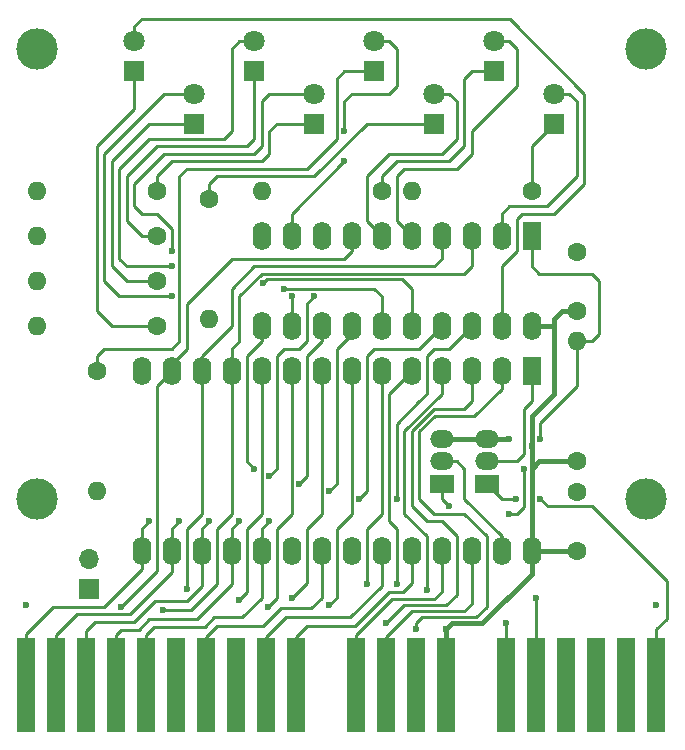
<source format=gtl>
%TF.GenerationSoftware,KiCad,Pcbnew,(5.1.8)-1*%
%TF.CreationDate,2021-03-23T23:23:57+01:00*%
%TF.ProjectId,ZX Diagnostic 2021,5a582044-6961-4676-9e6f-737469632032,rev?*%
%TF.SameCoordinates,Original*%
%TF.FileFunction,Copper,L1,Top*%
%TF.FilePolarity,Positive*%
%FSLAX46Y46*%
G04 Gerber Fmt 4.6, Leading zero omitted, Abs format (unit mm)*
G04 Created by KiCad (PCBNEW (5.1.8)-1) date 2021-03-23 23:23:57*
%MOMM*%
%LPD*%
G01*
G04 APERTURE LIST*
%TA.AperFunction,ConnectorPad*%
%ADD10R,1.500000X8.000000*%
%TD*%
%TA.AperFunction,ComponentPad*%
%ADD11C,1.600000*%
%TD*%
%TA.AperFunction,ComponentPad*%
%ADD12O,1.600000X1.600000*%
%TD*%
%TA.AperFunction,ComponentPad*%
%ADD13R,1.600000X2.400000*%
%TD*%
%TA.AperFunction,ComponentPad*%
%ADD14O,1.600000X2.400000*%
%TD*%
%TA.AperFunction,ComponentPad*%
%ADD15C,3.500000*%
%TD*%
%TA.AperFunction,ComponentPad*%
%ADD16C,1.800000*%
%TD*%
%TA.AperFunction,ComponentPad*%
%ADD17R,1.800000X1.800000*%
%TD*%
%TA.AperFunction,SMDPad,CuDef*%
%ADD18O,2.000000X1.500000*%
%TD*%
%TA.AperFunction,SMDPad,CuDef*%
%ADD19R,2.000000X1.500000*%
%TD*%
%TA.AperFunction,ComponentPad*%
%ADD20O,1.700000X1.700000*%
%TD*%
%TA.AperFunction,ComponentPad*%
%ADD21R,1.700000X1.700000*%
%TD*%
%TA.AperFunction,ViaPad*%
%ADD22C,0.600000*%
%TD*%
%TA.AperFunction,Conductor*%
%ADD23C,0.250000*%
%TD*%
%TA.AperFunction,Conductor*%
%ADD24C,0.381000*%
%TD*%
G04 APERTURE END LIST*
D10*
%TO.P,J1,A22*%
%TO.N,OUT_63*%
X175895000Y-116078000D03*
%TO.P,J1,A21*%
%TO.N,N/C*%
X173355000Y-116078000D03*
%TO.P,J1,A20*%
X170815000Y-116078000D03*
%TO.P,J1,A19*%
X168275000Y-116078000D03*
%TO.P,J1,A18*%
%TO.N,/~ROM_0*%
X165735000Y-116078000D03*
%TO.P,J1,A17*%
%TO.N,/~ROM_OE*%
X163195000Y-116078000D03*
%TO.P,J1,A15*%
%TO.N,VCC*%
X158115000Y-116078000D03*
%TO.P,J1,A14*%
%TO.N,N/C*%
X155575000Y-116078000D03*
%TO.P,J1,A13*%
%TO.N,/A13*%
X153035000Y-116078000D03*
%TO.P,J1,A12*%
%TO.N,/A8*%
X150495000Y-116078000D03*
%TO.P,J1,A10*%
%TO.N,/A9*%
X145415000Y-116078000D03*
%TO.P,J1,A9*%
%TO.N,/A11*%
X142875000Y-116078000D03*
%TO.P,J1,A8*%
%TO.N,N/C*%
X140335000Y-116078000D03*
%TO.P,J1,A7*%
%TO.N,/A10*%
X137795000Y-116078000D03*
%TO.P,J1,A6*%
%TO.N,N/C*%
X135255000Y-116078000D03*
%TO.P,J1,A5*%
%TO.N,/D7*%
X132715000Y-116078000D03*
%TO.P,J1,A4*%
%TO.N,/D6*%
X130175000Y-116078000D03*
%TO.P,J1,A3*%
%TO.N,/D5*%
X127635000Y-116078000D03*
%TO.P,J1,A2*%
%TO.N,/D4*%
X125095000Y-116078000D03*
%TO.P,J1,A1*%
%TO.N,/D3*%
X122555000Y-116078000D03*
%TD*%
D11*
%TO.P,R1,1*%
%TO.N,Net-(D1-Pad1)*%
X165354000Y-74295000D03*
D12*
%TO.P,R1,2*%
%TO.N,GND*%
X155194000Y-74295000D03*
%TD*%
D11*
%TO.P,R2,1*%
%TO.N,Net-(D2-Pad1)*%
X152654000Y-74295000D03*
D12*
%TO.P,R2,2*%
%TO.N,GND*%
X142494000Y-74295000D03*
%TD*%
D13*
%TO.P,U1,1*%
%TO.N,/BA15*%
X165354000Y-89535000D03*
D14*
%TO.P,U1,15*%
%TO.N,/D3*%
X132334000Y-104775000D03*
%TO.P,U1,2*%
%TO.N,/A12*%
X162814000Y-89535000D03*
%TO.P,U1,16*%
%TO.N,/D4*%
X134874000Y-104775000D03*
%TO.P,U1,3*%
%TO.N,/A7*%
X160274000Y-89535000D03*
%TO.P,U1,17*%
%TO.N,/D5*%
X137414000Y-104775000D03*
%TO.P,U1,4*%
%TO.N,/A6*%
X157734000Y-89535000D03*
%TO.P,U1,18*%
%TO.N,/D6*%
X139954000Y-104775000D03*
%TO.P,U1,5*%
%TO.N,/A5*%
X155194000Y-89535000D03*
%TO.P,U1,19*%
%TO.N,/D7*%
X142494000Y-104775000D03*
%TO.P,U1,6*%
%TO.N,/A4*%
X152654000Y-89535000D03*
%TO.P,U1,20*%
%TO.N,/~ROM_0*%
X145034000Y-104775000D03*
%TO.P,U1,7*%
%TO.N,/A3*%
X150114000Y-89535000D03*
%TO.P,U1,21*%
%TO.N,/A10*%
X147574000Y-104775000D03*
%TO.P,U1,8*%
%TO.N,/A2*%
X147574000Y-89535000D03*
%TO.P,U1,22*%
%TO.N,/~ROM_OE*%
X150114000Y-104775000D03*
%TO.P,U1,9*%
%TO.N,/A1*%
X145034000Y-89535000D03*
%TO.P,U1,23*%
%TO.N,/A11*%
X152654000Y-104775000D03*
%TO.P,U1,10*%
%TO.N,/A0*%
X142494000Y-89535000D03*
%TO.P,U1,24*%
%TO.N,/A9*%
X155194000Y-104775000D03*
%TO.P,U1,11*%
%TO.N,/D0*%
X139954000Y-89535000D03*
%TO.P,U1,25*%
%TO.N,/A8*%
X157734000Y-104775000D03*
%TO.P,U1,12*%
%TO.N,/D1*%
X137414000Y-89535000D03*
%TO.P,U1,26*%
%TO.N,/A13*%
X160274000Y-104775000D03*
%TO.P,U1,13*%
%TO.N,/D2*%
X134874000Y-89535000D03*
%TO.P,U1,27*%
%TO.N,/BA14*%
X162814000Y-104775000D03*
%TO.P,U1,14*%
%TO.N,GND*%
X132334000Y-89535000D03*
%TO.P,U1,28*%
%TO.N,VCC*%
X165354000Y-104775000D03*
%TD*%
D15*
%TO.P,M2,1*%
%TO.N,N/C*%
X175011000Y-100330000D03*
%TD*%
%TO.P,M3,1*%
%TO.N,N/C*%
X175011000Y-62230000D03*
%TD*%
%TO.P,M4,1*%
%TO.N,N/C*%
X123444000Y-62230000D03*
%TD*%
D11*
%TO.P,C1,1*%
%TO.N,VCC*%
X169164000Y-104775000D03*
%TO.P,C1,2*%
%TO.N,GND*%
X169164000Y-99775000D03*
%TD*%
D16*
%TO.P,D1,2*%
%TO.N,Net-(D1-Pad2)*%
X167259000Y-66040000D03*
D17*
%TO.P,D1,1*%
%TO.N,Net-(D1-Pad1)*%
X167259000Y-68580000D03*
%TD*%
%TO.P,D2,1*%
%TO.N,Net-(D2-Pad1)*%
X162179000Y-64135000D03*
D16*
%TO.P,D2,2*%
%TO.N,Net-(D2-Pad2)*%
X162179000Y-61595000D03*
%TD*%
%TO.P,D3,2*%
%TO.N,Net-(D3-Pad2)*%
X157099000Y-66040000D03*
D17*
%TO.P,D3,1*%
%TO.N,Net-(D3-Pad1)*%
X157099000Y-68580000D03*
%TD*%
D16*
%TO.P,D4,2*%
%TO.N,Net-(D4-Pad2)*%
X152019000Y-61595000D03*
D17*
%TO.P,D4,1*%
%TO.N,Net-(D4-Pad1)*%
X152019000Y-64135000D03*
%TD*%
%TO.P,D5,1*%
%TO.N,Net-(D5-Pad1)*%
X146939000Y-68580000D03*
D16*
%TO.P,D5,2*%
%TO.N,Net-(D5-Pad2)*%
X146939000Y-66040000D03*
%TD*%
D17*
%TO.P,D6,1*%
%TO.N,Net-(D6-Pad1)*%
X141859000Y-64135000D03*
D16*
%TO.P,D6,2*%
%TO.N,Net-(D6-Pad2)*%
X141859000Y-61595000D03*
%TD*%
D17*
%TO.P,D7,1*%
%TO.N,Net-(D7-Pad1)*%
X136779000Y-68580000D03*
D16*
%TO.P,D7,2*%
%TO.N,Net-(D7-Pad2)*%
X136779000Y-66040000D03*
%TD*%
%TO.P,D8,2*%
%TO.N,Net-(D8-Pad2)*%
X131699000Y-61595000D03*
D17*
%TO.P,D8,1*%
%TO.N,Net-(D8-Pad1)*%
X131699000Y-64135000D03*
%TD*%
D12*
%TO.P,R3,2*%
%TO.N,GND*%
X138049000Y-85090000D03*
D11*
%TO.P,R3,1*%
%TO.N,Net-(D3-Pad1)*%
X138049000Y-74930000D03*
%TD*%
D12*
%TO.P,R4,2*%
%TO.N,GND*%
X128524000Y-99695000D03*
D11*
%TO.P,R4,1*%
%TO.N,Net-(D4-Pad1)*%
X128524000Y-89535000D03*
%TD*%
%TO.P,R5,1*%
%TO.N,Net-(D5-Pad1)*%
X133604000Y-74295000D03*
D12*
%TO.P,R5,2*%
%TO.N,GND*%
X123444000Y-74295000D03*
%TD*%
%TO.P,R6,2*%
%TO.N,GND*%
X123444000Y-78105000D03*
D11*
%TO.P,R6,1*%
%TO.N,Net-(D6-Pad1)*%
X133604000Y-78105000D03*
%TD*%
%TO.P,R7,1*%
%TO.N,Net-(D7-Pad1)*%
X133604000Y-81915000D03*
D12*
%TO.P,R7,2*%
%TO.N,GND*%
X123444000Y-81915000D03*
%TD*%
%TO.P,R8,2*%
%TO.N,GND*%
X123444000Y-85725000D03*
D11*
%TO.P,R8,1*%
%TO.N,Net-(D8-Pad1)*%
X133604000Y-85725000D03*
%TD*%
D13*
%TO.P,U2,1*%
%TO.N,Net-(JP3-Pad2)*%
X165354000Y-78105000D03*
D14*
%TO.P,U2,11*%
%TO.N,OUT_63*%
X142494000Y-85725000D03*
%TO.P,U2,2*%
%TO.N,Net-(D1-Pad2)*%
X162814000Y-78105000D03*
%TO.P,U2,12*%
%TO.N,Net-(D5-Pad2)*%
X145034000Y-85725000D03*
%TO.P,U2,3*%
%TO.N,/D0*%
X160274000Y-78105000D03*
%TO.P,U2,13*%
%TO.N,/D4*%
X147574000Y-85725000D03*
%TO.P,U2,4*%
%TO.N,/D1*%
X157734000Y-78105000D03*
%TO.P,U2,14*%
%TO.N,/D5*%
X150114000Y-85725000D03*
%TO.P,U2,5*%
%TO.N,Net-(D2-Pad2)*%
X155194000Y-78105000D03*
%TO.P,U2,15*%
%TO.N,Net-(D6-Pad2)*%
X152654000Y-85725000D03*
%TO.P,U2,6*%
%TO.N,Net-(D3-Pad2)*%
X152654000Y-78105000D03*
%TO.P,U2,16*%
%TO.N,Net-(D7-Pad2)*%
X155194000Y-85725000D03*
%TO.P,U2,7*%
%TO.N,/D2*%
X150114000Y-78105000D03*
%TO.P,U2,17*%
%TO.N,/D6*%
X157734000Y-85725000D03*
%TO.P,U2,8*%
%TO.N,/D3*%
X147574000Y-78105000D03*
%TO.P,U2,18*%
%TO.N,/D7*%
X160274000Y-85725000D03*
%TO.P,U2,9*%
%TO.N,Net-(D4-Pad2)*%
X145034000Y-78105000D03*
%TO.P,U2,19*%
%TO.N,Net-(D8-Pad2)*%
X162814000Y-85725000D03*
%TO.P,U2,10*%
%TO.N,GND*%
X142494000Y-78105000D03*
%TO.P,U2,20*%
%TO.N,VCC*%
X165354000Y-85725000D03*
%TD*%
D11*
%TO.P,C2,1*%
%TO.N,VCC*%
X169164000Y-84455000D03*
%TO.P,C2,2*%
%TO.N,GND*%
X169164000Y-79455000D03*
%TD*%
D18*
%TO.P,JP1,3*%
%TO.N,VCC*%
X161544000Y-95250000D03*
%TO.P,JP1,2*%
%TO.N,/BA15*%
X161544000Y-97155000D03*
D19*
%TO.P,JP1,1*%
%TO.N,Net-(J1-PadB18)*%
X161544000Y-99060000D03*
%TD*%
%TO.P,JP2,1*%
%TO.N,Net-(J1-PadB17)*%
X157734000Y-99060000D03*
D18*
%TO.P,JP2,2*%
%TO.N,/BA14*%
X157734000Y-97155000D03*
%TO.P,JP2,3*%
%TO.N,VCC*%
X157734000Y-95250000D03*
%TD*%
D20*
%TO.P,JP3,2*%
%TO.N,Net-(JP3-Pad2)*%
X127889000Y-105410000D03*
D21*
%TO.P,JP3,1*%
%TO.N,GND*%
X127889000Y-107950000D03*
%TD*%
D11*
%TO.P,R9,1*%
%TO.N,VCC*%
X169164000Y-97155000D03*
D12*
%TO.P,R9,2*%
%TO.N,Net-(JP3-Pad2)*%
X169164000Y-86995000D03*
%TD*%
D15*
%TO.P,M1,1*%
%TO.N,N/C*%
X123444000Y-100330000D03*
%TD*%
D22*
%TO.N,/A12*%
X155575000Y-111379000D03*
%TO.N,/A7*%
X153035000Y-110871000D03*
%TO.N,/A6*%
X156464000Y-108077000D03*
%TO.N,/A5*%
X153924000Y-107569000D03*
%TO.N,/A4*%
X151384000Y-107569000D03*
%TO.N,/A3*%
X148209000Y-109347000D03*
%TO.N,/A2*%
X145034000Y-108722000D03*
%TO.N,/A1*%
X143002000Y-109474000D03*
%TO.N,/A0*%
X140589000Y-108849000D03*
%TO.N,GND*%
X175895000Y-109347000D03*
X122555000Y-109347000D03*
%TO.N,VCC*%
X165354000Y-95885000D03*
X163449000Y-95250000D03*
X158115000Y-111379000D03*
%TO.N,/D7*%
X153924000Y-100330000D03*
X143129000Y-102235000D03*
%TO.N,/D6*%
X150749000Y-100330000D03*
X140589000Y-102235000D03*
%TO.N,/D5*%
X148209000Y-99695000D03*
X138049000Y-102235000D03*
%TO.N,/D4*%
X145669000Y-99060000D03*
X135509000Y-102235000D03*
%TO.N,/D3*%
X143129000Y-98425000D03*
X132969000Y-102235000D03*
X146939000Y-83185000D03*
%TO.N,/D2*%
X130556000Y-109474000D03*
%TO.N,/D1*%
X136144000Y-107950000D03*
%TO.N,/D0*%
X134112000Y-109728000D03*
%TO.N,/~ROM_0*%
X165717522Y-108697080D03*
%TO.N,/~ROM_OE*%
X163195000Y-110871000D03*
%TO.N,Net-(D4-Pad2)*%
X149479000Y-69215000D03*
X149479000Y-71755000D03*
%TO.N,Net-(D5-Pad2)*%
X134874000Y-79375000D03*
X145034000Y-83185000D03*
%TO.N,Net-(D6-Pad2)*%
X134874000Y-80645000D03*
X144399000Y-82550000D03*
%TO.N,Net-(D7-Pad2)*%
X134874000Y-83185000D03*
X142618449Y-82039449D03*
%TO.N,OUT_63*%
X141859000Y-97790000D03*
X166044500Y-100330000D03*
%TO.N,Net-(J1-PadB18)*%
X164038500Y-100330000D03*
%TO.N,Net-(J1-PadB17)*%
X158369000Y-100965000D03*
%TO.N,Net-(JP3-Pad2)*%
X163449000Y-101600000D03*
X164663500Y-97790000D03*
X166044500Y-95250000D03*
%TD*%
D23*
%TO.N,/A12*%
X162814000Y-90985000D02*
X162814000Y-89535000D01*
X160453295Y-93345705D02*
X162814000Y-90985000D01*
X157101115Y-93345705D02*
X160453295Y-93345705D01*
X155829000Y-94617820D02*
X157101115Y-93345705D01*
X157099000Y-101600000D02*
X155829000Y-100330000D01*
X161544000Y-103505000D02*
X159639000Y-101600000D01*
X161544000Y-109474000D02*
X161544000Y-103505000D01*
X160655000Y-110363000D02*
X161544000Y-109474000D01*
X156083000Y-110363000D02*
X160655000Y-110363000D01*
X159639000Y-101600000D02*
X157099000Y-101600000D01*
X155575000Y-110871000D02*
X156083000Y-110363000D01*
X155829000Y-100330000D02*
X155829000Y-94617820D01*
X155575000Y-111379000D02*
X155575000Y-110871000D01*
%TO.N,/A7*%
X160274000Y-92075000D02*
X160274000Y-89535000D01*
X157100410Y-92710000D02*
X159639000Y-92710000D01*
X155194000Y-94616410D02*
X157100410Y-92710000D01*
X156464000Y-102235000D02*
X155194000Y-100965000D01*
X157734000Y-102235000D02*
X156464000Y-102235000D01*
X159004000Y-103505000D02*
X157734000Y-102235000D01*
X155194000Y-100965000D02*
X155194000Y-94616410D01*
X159639000Y-92710000D02*
X160274000Y-92075000D01*
X159004000Y-105918000D02*
X159004000Y-103505000D01*
X159004000Y-106045000D02*
X159004000Y-105918000D01*
X159004000Y-108458000D02*
X159004000Y-105918000D01*
X158115000Y-109347000D02*
X159004000Y-108458000D01*
X154559000Y-109347000D02*
X158115000Y-109347000D01*
X153035000Y-110871000D02*
X154559000Y-109347000D01*
%TO.N,/A6*%
X156464000Y-103505000D02*
X156464000Y-108077000D01*
X154559000Y-101600000D02*
X156464000Y-103505000D01*
X154559000Y-94615000D02*
X154559000Y-101600000D01*
X157734000Y-91440000D02*
X154559000Y-94615000D01*
X157734000Y-89535000D02*
X157734000Y-91440000D01*
%TO.N,/A5*%
X153289000Y-91440000D02*
X155194000Y-89535000D01*
X153289000Y-102235000D02*
X153289000Y-91440000D01*
X153924000Y-102870000D02*
X153289000Y-102235000D01*
X153924000Y-107569000D02*
X153924000Y-102870000D01*
%TO.N,/A4*%
X152654000Y-101600000D02*
X152654000Y-89535000D01*
X151384000Y-102870000D02*
X152654000Y-101600000D01*
X151384000Y-107569000D02*
X151384000Y-102870000D01*
%TO.N,/A3*%
X148844000Y-102870000D02*
X150114000Y-101600000D01*
X150114000Y-101600000D02*
X150114000Y-89535000D01*
X148844000Y-106045000D02*
X148844000Y-102870000D01*
X148844000Y-108712000D02*
X148209000Y-109347000D01*
X148844000Y-106045000D02*
X148844000Y-108712000D01*
%TO.N,/A10*%
X137795000Y-112014000D02*
X137795000Y-116078000D01*
X147574000Y-108712000D02*
X146685000Y-109601000D01*
X147574000Y-104775000D02*
X147574000Y-108712000D01*
X144145000Y-109601000D02*
X142621000Y-111125000D01*
X146685000Y-109601000D02*
X144145000Y-109601000D01*
X142621000Y-111125000D02*
X138684000Y-111125000D01*
X138684000Y-111125000D02*
X137795000Y-112014000D01*
%TO.N,/A2*%
X147574000Y-101600000D02*
X147574000Y-89535000D01*
X146304000Y-102870000D02*
X147574000Y-101600000D01*
X146304000Y-102870000D02*
X146304000Y-106553000D01*
X146304000Y-107452000D02*
X145034000Y-108722000D01*
X146304000Y-106553000D02*
X146304000Y-107452000D01*
%TO.N,/A1*%
X143764000Y-102870000D02*
X143764000Y-108712000D01*
X145034000Y-101600000D02*
X143764000Y-102870000D01*
X145034000Y-89535000D02*
X145034000Y-101600000D01*
X143764000Y-108712000D02*
X143002000Y-109474000D01*
%TO.N,/A11*%
X152654000Y-107696000D02*
X152654000Y-104775000D01*
X149987000Y-110363000D02*
X152654000Y-107696000D01*
X144526000Y-110363000D02*
X149987000Y-110363000D01*
X142875000Y-112014000D02*
X144526000Y-110363000D01*
X142875000Y-116078000D02*
X142875000Y-112014000D01*
%TO.N,/A0*%
X142494000Y-101600000D02*
X142494000Y-89535000D01*
X141224000Y-102870000D02*
X142494000Y-101600000D01*
X141224000Y-106426000D02*
X141224000Y-102870000D01*
X141224000Y-108214000D02*
X140589000Y-108849000D01*
X141224000Y-106426000D02*
X141224000Y-108214000D01*
%TO.N,/A9*%
X155194000Y-107442000D02*
X155194000Y-104775000D01*
X154432000Y-108204000D02*
X155194000Y-107442000D01*
X153289000Y-108204000D02*
X154432000Y-108204000D01*
X150368000Y-111125000D02*
X153289000Y-108204000D01*
X146304000Y-111125000D02*
X150368000Y-111125000D01*
X145415000Y-112014000D02*
X146304000Y-111125000D01*
X145415000Y-116078000D02*
X145415000Y-112014000D01*
%TO.N,/A8*%
X150495000Y-111887000D02*
X150495000Y-116078000D01*
X153543000Y-108839000D02*
X150495000Y-111887000D01*
X157099000Y-108839000D02*
X153543000Y-108839000D01*
X157734000Y-108204000D02*
X157099000Y-108839000D01*
X157734000Y-104775000D02*
X157734000Y-108204000D01*
D24*
%TO.N,VCC*%
X165354000Y-94615000D02*
X165354000Y-93345000D01*
X165354000Y-95885000D02*
X165354000Y-94615000D01*
X157734000Y-95250000D02*
X161544000Y-95250000D01*
X161544000Y-95250000D02*
X163449000Y-95250000D01*
X167259000Y-91440000D02*
X167259000Y-87630000D01*
X165354000Y-93345000D02*
X167259000Y-91440000D01*
X165989000Y-97155000D02*
X165354000Y-97790000D01*
X169164000Y-97155000D02*
X165989000Y-97155000D01*
X165354000Y-97790000D02*
X165354000Y-95885000D01*
X167259000Y-87630000D02*
X167259000Y-86360000D01*
X165354000Y-85725000D02*
X167259000Y-85725000D01*
X167259000Y-85725000D02*
X167259000Y-86360000D01*
X167259000Y-85725000D02*
X167259000Y-85090000D01*
X167894000Y-84455000D02*
X169164000Y-84455000D01*
X167259000Y-85090000D02*
X167894000Y-84455000D01*
X165354000Y-104775000D02*
X169164000Y-104775000D01*
X158115000Y-116078000D02*
X158115000Y-111379000D01*
X158615489Y-110878511D02*
X161155489Y-110878511D01*
X158115000Y-111379000D02*
X158615489Y-110878511D01*
X165354000Y-106680000D02*
X165354000Y-104775000D01*
X161155489Y-110878511D02*
X165354000Y-106680000D01*
X165354000Y-104775000D02*
X165354000Y-97790000D01*
D23*
%TO.N,/D7*%
X160274000Y-85725000D02*
X158369000Y-87630000D01*
X157100410Y-87630000D02*
X156464000Y-88266410D01*
X158369000Y-87630000D02*
X157100410Y-87630000D01*
X156464000Y-88266410D02*
X156464000Y-91440000D01*
X156464000Y-91440000D02*
X155829000Y-92075000D01*
X155829000Y-92075000D02*
X153924000Y-93980000D01*
X153924000Y-93980000D02*
X153924000Y-100330000D01*
X142494000Y-102870000D02*
X143129000Y-102235000D01*
X142494000Y-104775000D02*
X142494000Y-102870000D01*
X142494000Y-108712000D02*
X140843000Y-110363000D01*
X132715000Y-111828000D02*
X132715000Y-116078000D01*
X142494000Y-104775000D02*
X142494000Y-108712000D01*
X137634000Y-111159000D02*
X138430000Y-110363000D01*
X133384000Y-111159000D02*
X137634000Y-111159000D01*
X140843000Y-110363000D02*
X138430000Y-110363000D01*
X133384000Y-111159000D02*
X132715000Y-111828000D01*
%TO.N,/D6*%
X139954000Y-102870000D02*
X140589000Y-102235000D01*
X139954000Y-104775000D02*
X139954000Y-102870000D01*
X151384000Y-99695000D02*
X150749000Y-100330000D01*
X151384000Y-88265000D02*
X151384000Y-99695000D01*
X152019000Y-87630000D02*
X151384000Y-88265000D01*
X155829000Y-87630000D02*
X152019000Y-87630000D01*
X157734000Y-85725000D02*
X155829000Y-87630000D01*
X130590000Y-111413000D02*
X130175000Y-111828000D01*
X132046000Y-111413000D02*
X130590000Y-111413000D01*
X132969000Y-110490000D02*
X132046000Y-111413000D01*
X137033000Y-110490000D02*
X132969000Y-110490000D01*
X139954000Y-107569000D02*
X137033000Y-110490000D01*
X130175000Y-111828000D02*
X130175000Y-116078000D01*
X139954000Y-104775000D02*
X139954000Y-107569000D01*
%TO.N,/D5*%
X150114000Y-85725000D02*
X150114000Y-86360000D01*
X150114000Y-86360000D02*
X148844000Y-87630000D01*
X148844000Y-99060000D02*
X148209000Y-99695000D01*
X148844000Y-87630000D02*
X148844000Y-99060000D01*
X138049000Y-102235000D02*
X137414000Y-102870000D01*
X137414000Y-102870000D02*
X137414000Y-104775000D01*
X127635000Y-111506000D02*
X127635000Y-116078000D01*
X128397000Y-110744000D02*
X127635000Y-111506000D01*
X131699000Y-110744000D02*
X128397000Y-110744000D01*
X133477000Y-108966000D02*
X131699000Y-110744000D01*
X136144000Y-108966000D02*
X133477000Y-108966000D01*
X137414000Y-107696000D02*
X136144000Y-108966000D01*
X137414000Y-104775000D02*
X137414000Y-107696000D01*
%TO.N,/D4*%
X134874000Y-102870000D02*
X135509000Y-102235000D01*
X134874000Y-104775000D02*
X134874000Y-102870000D01*
X146304000Y-98425000D02*
X145669000Y-99060000D01*
X146304000Y-88265000D02*
X146304000Y-98425000D01*
X147574000Y-86995000D02*
X146304000Y-88265000D01*
X147574000Y-85725000D02*
X147574000Y-86995000D01*
X125095000Y-111828000D02*
X125095000Y-116078000D01*
X126814000Y-110109000D02*
X125095000Y-111828000D01*
X131318000Y-110109000D02*
X126814000Y-110109000D01*
X134874000Y-106553000D02*
X131318000Y-110109000D01*
X134874000Y-104775000D02*
X134874000Y-106553000D01*
%TO.N,/D3*%
X132334000Y-102870000D02*
X132969000Y-102235000D01*
X132334000Y-104775000D02*
X132334000Y-102870000D01*
X146304000Y-83820000D02*
X146939000Y-83185000D01*
X146304000Y-86995000D02*
X146304000Y-83820000D01*
X145669000Y-87630000D02*
X146304000Y-86995000D01*
X143764000Y-88265000D02*
X144399000Y-87630000D01*
X143764000Y-97790000D02*
X143764000Y-88265000D01*
X143129000Y-98425000D02*
X143764000Y-97790000D01*
X144399000Y-87630000D02*
X145669000Y-87630000D01*
X124841000Y-109474000D02*
X122555000Y-111760000D01*
X129159000Y-109474000D02*
X124841000Y-109474000D01*
X132334000Y-106299000D02*
X129159000Y-109474000D01*
X122555000Y-111760000D02*
X122555000Y-116078000D01*
X132334000Y-104775000D02*
X132334000Y-106299000D01*
%TO.N,/D2*%
X150114000Y-79375000D02*
X150114000Y-78105000D01*
X149479000Y-80010000D02*
X150114000Y-79375000D01*
X139954000Y-80010000D02*
X149479000Y-80010000D01*
X136144000Y-83820000D02*
X139954000Y-80010000D01*
X136144000Y-87630000D02*
X136144000Y-83820000D01*
X134874000Y-88900000D02*
X136144000Y-87630000D01*
X134874000Y-89535000D02*
X134874000Y-88900000D01*
X133604000Y-106426000D02*
X130556000Y-109474000D01*
X133604000Y-90805000D02*
X133604000Y-106426000D01*
X134874000Y-89535000D02*
X133604000Y-90805000D01*
%TO.N,/D1*%
X137414000Y-88265000D02*
X137414000Y-89535000D01*
X139954000Y-85725000D02*
X137414000Y-88265000D01*
X139954000Y-82550000D02*
X139954000Y-85725000D01*
X141859000Y-80645000D02*
X139954000Y-82550000D01*
X157099000Y-80645000D02*
X141859000Y-80645000D01*
X157734000Y-80010000D02*
X157099000Y-80645000D01*
X157734000Y-78105000D02*
X157734000Y-80010000D01*
X137414000Y-101600000D02*
X137414000Y-89535000D01*
X136144000Y-102870000D02*
X137414000Y-101600000D01*
X136144000Y-107950000D02*
X136144000Y-102870000D01*
%TO.N,/D0*%
X139954000Y-101600000D02*
X139954000Y-89535000D01*
X138684000Y-106680000D02*
X138684000Y-102870000D01*
X138684000Y-102870000D02*
X139954000Y-101600000D01*
X139954000Y-87630000D02*
X139954000Y-89535000D01*
X140589000Y-86995000D02*
X139954000Y-87630000D01*
X140589000Y-83185000D02*
X140589000Y-86995000D01*
X142494000Y-81280000D02*
X140589000Y-83185000D01*
X159639000Y-81280000D02*
X142494000Y-81280000D01*
X160274000Y-80645000D02*
X159639000Y-81280000D01*
X160274000Y-78105000D02*
X160274000Y-80645000D01*
X138684000Y-107569000D02*
X138684000Y-106680000D01*
X136525000Y-109728000D02*
X138684000Y-107569000D01*
X134112000Y-109728000D02*
X136525000Y-109728000D01*
%TO.N,/A13*%
X155194000Y-109855000D02*
X153035000Y-112014000D01*
X153035000Y-112014000D02*
X153035000Y-116078000D01*
X159639000Y-109855000D02*
X155194000Y-109855000D01*
X160274000Y-109220000D02*
X159639000Y-109855000D01*
X160274000Y-104775000D02*
X160274000Y-109220000D01*
%TO.N,/~ROM_0*%
X165735000Y-108714558D02*
X165717522Y-108697080D01*
X165735000Y-116078000D02*
X165735000Y-108714558D01*
%TO.N,/~ROM_OE*%
X163195000Y-116078000D02*
X163195000Y-110871000D01*
%TO.N,/BA14*%
X162814000Y-104775000D02*
X162814000Y-103505000D01*
X162814000Y-103505000D02*
X159639000Y-100330000D01*
X159639000Y-100330000D02*
X159639000Y-97790000D01*
X159004000Y-97155000D02*
X157734000Y-97155000D01*
X159639000Y-97790000D02*
X159004000Y-97155000D01*
%TO.N,/BA15*%
X164084000Y-97155000D02*
X161544000Y-97155000D01*
X164719000Y-96520000D02*
X164084000Y-97155000D01*
X164719000Y-92710000D02*
X164719000Y-96520000D01*
X165354000Y-92075000D02*
X164719000Y-92710000D01*
X165354000Y-89535000D02*
X165354000Y-92075000D01*
%TO.N,Net-(D1-Pad2)*%
X169164000Y-66675000D02*
X168529000Y-66040000D01*
X169164000Y-73025001D02*
X169164000Y-66675000D01*
X168529000Y-66040000D02*
X167259000Y-66040000D01*
X166624002Y-75564999D02*
X169164000Y-73025001D01*
X163449001Y-75564999D02*
X166624002Y-75564999D01*
X162814000Y-76200000D02*
X163449001Y-75564999D01*
X162814000Y-78105000D02*
X162814000Y-76200000D01*
%TO.N,Net-(D1-Pad1)*%
X165354000Y-70485000D02*
X167259000Y-68580000D01*
X165354000Y-74295000D02*
X165354000Y-70485000D01*
%TO.N,Net-(D2-Pad1)*%
X160274000Y-64135000D02*
X162179000Y-64135000D01*
X159639000Y-70485000D02*
X159639000Y-64770000D01*
X158369000Y-71755000D02*
X159639000Y-70485000D01*
X153924000Y-71755000D02*
X158369000Y-71755000D01*
X152654000Y-73025000D02*
X153924000Y-71755000D01*
X159639000Y-64770000D02*
X160274000Y-64135000D01*
X152654000Y-74295000D02*
X152654000Y-73025000D01*
%TO.N,Net-(D2-Pad2)*%
X164084000Y-65405000D02*
X160274000Y-69215000D01*
X164084000Y-62230000D02*
X164084000Y-65405000D01*
X163449000Y-61595000D02*
X164084000Y-62230000D01*
X162179000Y-61595000D02*
X163449000Y-61595000D01*
X155194000Y-78105000D02*
X153924000Y-76835000D01*
X153924000Y-76835000D02*
X153924000Y-73025000D01*
X153924000Y-73025000D02*
X154559000Y-72390000D01*
X159004000Y-72390000D02*
X160274000Y-71120000D01*
X154559000Y-72390000D02*
X159004000Y-72390000D01*
X160274000Y-69215000D02*
X160274000Y-71120000D01*
%TO.N,Net-(D3-Pad2)*%
X151384000Y-76835000D02*
X152654000Y-78105000D01*
X151384000Y-73025000D02*
X151384000Y-76835000D01*
X159004000Y-69850000D02*
X157734000Y-71120000D01*
X159004000Y-66675000D02*
X159004000Y-69850000D01*
X158369000Y-66040000D02*
X159004000Y-66675000D01*
X153289000Y-71120000D02*
X151384000Y-73025000D01*
X157734000Y-71120000D02*
X153289000Y-71120000D01*
X157099000Y-66040000D02*
X158369000Y-66040000D01*
%TO.N,Net-(D3-Pad1)*%
X138049000Y-74930000D02*
X138049000Y-75565000D01*
X151384000Y-68580000D02*
X157099000Y-68580000D01*
X146939000Y-73025000D02*
X151384000Y-68580000D01*
X138684000Y-73025000D02*
X146939000Y-73025000D01*
X138049000Y-73660000D02*
X138684000Y-73025000D01*
X138049000Y-74930000D02*
X138049000Y-73660000D01*
%TO.N,Net-(D4-Pad2)*%
X145034000Y-78105000D02*
X145034000Y-76200000D01*
X145034000Y-76200000D02*
X149479000Y-71755000D01*
X150114000Y-66040000D02*
X149479000Y-66675000D01*
X153289000Y-66040000D02*
X150114000Y-66040000D01*
X153924000Y-65405000D02*
X153289000Y-66040000D01*
X153924000Y-62230000D02*
X153924000Y-65405000D01*
X153289000Y-61595000D02*
X153924000Y-62230000D01*
X149479000Y-66675000D02*
X149479000Y-69215000D01*
X152019000Y-61595000D02*
X153289000Y-61595000D01*
%TO.N,Net-(D4-Pad1)*%
X135509000Y-73025000D02*
X136144000Y-72390000D01*
X135509000Y-86995000D02*
X135509000Y-73025000D01*
X136144000Y-72390000D02*
X146304000Y-72390000D01*
X134874000Y-87630000D02*
X135509000Y-86995000D01*
X129159000Y-87630000D02*
X134874000Y-87630000D01*
X128524000Y-88265000D02*
X129159000Y-87630000D01*
X128524000Y-89535000D02*
X128524000Y-88265000D01*
X146304000Y-72390000D02*
X148844000Y-69850000D01*
X148844000Y-69850000D02*
X148844000Y-64770000D01*
X149479000Y-64135000D02*
X152019000Y-64135000D01*
X148844000Y-64770000D02*
X149479000Y-64135000D01*
%TO.N,Net-(D5-Pad1)*%
X133604000Y-73025000D02*
X133604000Y-74295000D01*
X134874000Y-71755000D02*
X133604000Y-73025000D01*
X142494000Y-71755000D02*
X134874000Y-71755000D01*
X146939000Y-68580000D02*
X143764000Y-68580000D01*
X143129000Y-69215000D02*
X143129000Y-71120000D01*
X143764000Y-68580000D02*
X143129000Y-69215000D01*
X143129000Y-71120000D02*
X142494000Y-71755000D01*
%TO.N,Net-(D5-Pad2)*%
X134874000Y-77470000D02*
X134874000Y-79375000D01*
X132334000Y-76200000D02*
X133604000Y-76200000D01*
X133604000Y-76200000D02*
X134874000Y-77470000D01*
X131699000Y-75565000D02*
X132334000Y-76200000D01*
X131699000Y-73660000D02*
X131699000Y-75565000D01*
X141859000Y-71120000D02*
X134239000Y-71120000D01*
X134239000Y-71120000D02*
X131699000Y-73660000D01*
X146939000Y-66040000D02*
X143129000Y-66040000D01*
X143129000Y-66040000D02*
X142494000Y-66675000D01*
X142494000Y-66675000D02*
X142494000Y-70485000D01*
X142494000Y-70485000D02*
X141859000Y-71120000D01*
X145034000Y-85725000D02*
X145034000Y-83185000D01*
%TO.N,Net-(D6-Pad1)*%
X132334000Y-78105000D02*
X133604000Y-78105000D01*
X131064000Y-76835000D02*
X132334000Y-78105000D01*
X131064000Y-73025000D02*
X131064000Y-76835000D01*
X133604000Y-70485000D02*
X131064000Y-73025000D01*
X141224000Y-70485000D02*
X133604000Y-70485000D01*
X141859000Y-69850000D02*
X141224000Y-70485000D01*
X141859000Y-64135000D02*
X141859000Y-69850000D01*
%TO.N,Net-(D6-Pad2)*%
X152654000Y-85725000D02*
X152654000Y-83185000D01*
X152654000Y-83185000D02*
X152019000Y-82550000D01*
X132332590Y-80645000D02*
X134874000Y-80645000D01*
X132969000Y-69850000D02*
X130429705Y-72389295D01*
X139319000Y-69850000D02*
X132969000Y-69850000D01*
X139954000Y-69215000D02*
X139319000Y-69850000D01*
X130429705Y-72389295D02*
X130429705Y-80010705D01*
X139954000Y-62230000D02*
X139954000Y-69215000D01*
X131064000Y-80645000D02*
X132332590Y-80645000D01*
X130429705Y-80010705D02*
X131064000Y-80645000D01*
X140589000Y-61595000D02*
X139954000Y-62230000D01*
X141859000Y-61595000D02*
X140589000Y-61595000D01*
X152019000Y-82550000D02*
X144399000Y-82550000D01*
%TO.N,Net-(D7-Pad1)*%
X132969000Y-68580000D02*
X136779000Y-68580000D01*
X129794000Y-71755000D02*
X132969000Y-68580000D01*
X129794000Y-80645000D02*
X129794000Y-71755000D01*
X131064000Y-81915000D02*
X129794000Y-80645000D01*
X133604000Y-81915000D02*
X131064000Y-81915000D01*
%TO.N,Net-(D7-Pad2)*%
X134239000Y-66040000D02*
X129159000Y-71120000D01*
X136779000Y-66040000D02*
X134239000Y-66040000D01*
X130429000Y-83185000D02*
X129159000Y-81915000D01*
X134874000Y-83185000D02*
X130429000Y-83185000D01*
X129159000Y-71120000D02*
X129159000Y-81915000D01*
X154383450Y-81739450D02*
X142918448Y-81739450D01*
X142918448Y-81739450D02*
X142618449Y-82039449D01*
X155194000Y-85725000D02*
X155194000Y-82550000D01*
X155194000Y-82550000D02*
X154383450Y-81739450D01*
%TO.N,Net-(D8-Pad2)*%
X132328260Y-59695740D02*
X131699000Y-60325000D01*
X163454740Y-59695740D02*
X132328260Y-59695740D01*
X131699000Y-60325000D02*
X131699000Y-61595000D01*
X169799000Y-66040000D02*
X163454740Y-59695740D01*
X164534010Y-76200000D02*
X167259000Y-76200000D01*
X164084000Y-79375000D02*
X164084000Y-76650010D01*
X169799000Y-73660000D02*
X169799000Y-66040000D01*
X162814000Y-80645000D02*
X164084000Y-79375000D01*
X167259000Y-76200000D02*
X169799000Y-73660000D01*
X164084000Y-76650010D02*
X164534010Y-76200000D01*
X162814000Y-85725000D02*
X162814000Y-80645000D01*
%TO.N,Net-(D8-Pad1)*%
X131699000Y-67310000D02*
X128524000Y-70485000D01*
X131699000Y-64135000D02*
X131699000Y-67310000D01*
X128524000Y-70485000D02*
X128524000Y-84455000D01*
X129794000Y-85725000D02*
X133604000Y-85725000D01*
X128524000Y-84455000D02*
X129794000Y-85725000D01*
%TO.N,OUT_63*%
X142494000Y-85725000D02*
X142494000Y-86995000D01*
X142494000Y-86995000D02*
X141224000Y-88265000D01*
X141224000Y-97155000D02*
X141859000Y-97790000D01*
X141224000Y-88265000D02*
X141224000Y-97155000D01*
X175895000Y-111379000D02*
X175895000Y-116078000D01*
X176784000Y-110490000D02*
X175895000Y-111379000D01*
X176784000Y-107315000D02*
X176784000Y-110490000D01*
X170434000Y-100965000D02*
X176784000Y-107315000D01*
X166679500Y-100965000D02*
X170434000Y-100965000D01*
X166044500Y-100330000D02*
X166679500Y-100965000D01*
%TO.N,Net-(J1-PadB18)*%
X162814000Y-100330000D02*
X163449000Y-100330000D01*
X161544000Y-99060000D02*
X162814000Y-100330000D01*
X164038500Y-100330000D02*
X163449000Y-100330000D01*
%TO.N,Net-(J1-PadB17)*%
X157734000Y-100330000D02*
X158369000Y-100965000D01*
X157734000Y-99060000D02*
X157734000Y-100330000D01*
%TO.N,Net-(JP3-Pad2)*%
X163449000Y-101600000D02*
X164084000Y-101600000D01*
X164663500Y-101020500D02*
X164663500Y-97790000D01*
X164084000Y-101600000D02*
X164663500Y-101020500D01*
X166044500Y-95250000D02*
X166044500Y-93924500D01*
X169164000Y-90805000D02*
X169164000Y-86995000D01*
X166044500Y-93924500D02*
X169164000Y-90805000D01*
X171069000Y-86360000D02*
X170434000Y-86995000D01*
X171069000Y-81915000D02*
X171069000Y-86360000D01*
X170434000Y-81280000D02*
X171069000Y-81915000D01*
X165989000Y-81280000D02*
X170434000Y-81280000D01*
X170434000Y-86995000D02*
X169164000Y-86995000D01*
X165354000Y-80645000D02*
X165989000Y-81280000D01*
X165354000Y-78105000D02*
X165354000Y-80645000D01*
%TD*%
M02*

</source>
